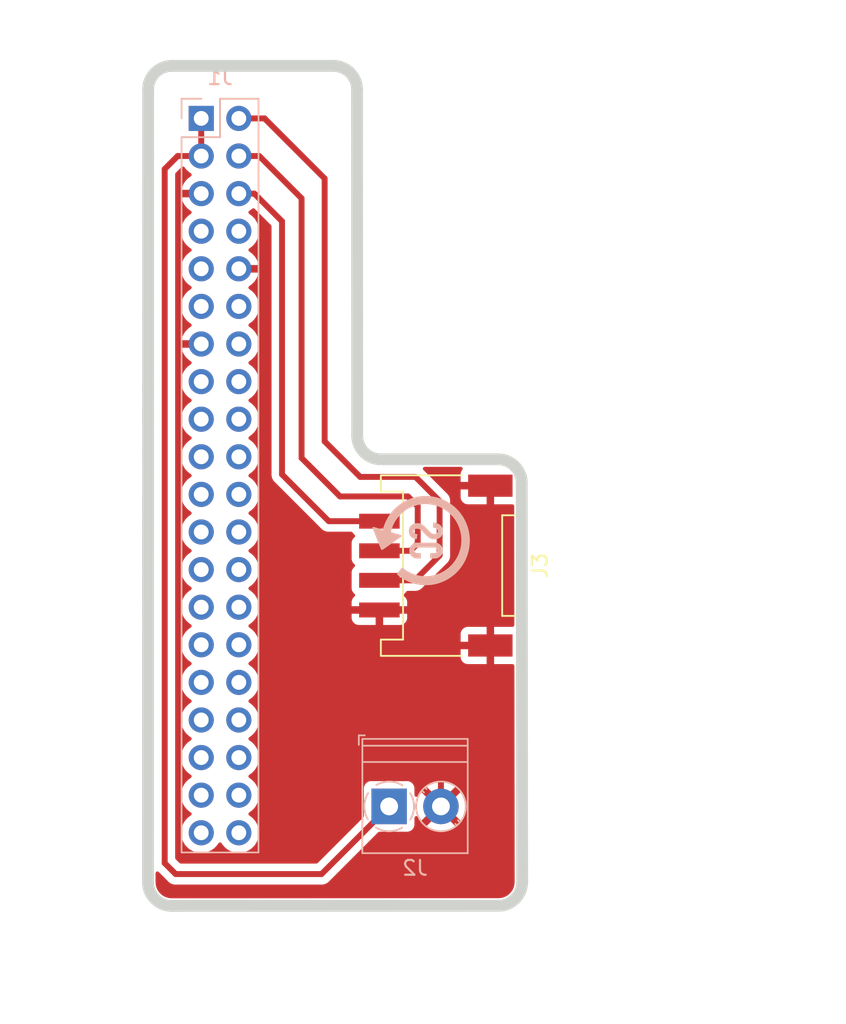
<source format=kicad_pcb>
(kicad_pcb (version 20211014) (generator pcbnew)
  (layers (0 "F.Cu" signal) (31 "B.Cu" signal) (34 "B.Paste" user) (35 "F.Paste" user) (36 "B.SilkS" user "B.Silkscreen") (37 "F.SilkS" user "F.Silkscreen") (38 "B.Mask" user) (39 "F.Mask" user) (44 "Edge.Cuts" user))
  (net 0 "")
  (net 1 "3V3")
  (net 2 "5V")
  (net 3 "SDA")
  (net 4 "SCL")
  (net 5 "GND")
  (footprint "OPL_Connector:HW4-SMD-2.0-90D" (layer "F.Cu") (at 116.04 88.21 -90)
    (fp_text reference "J3" (at 0 -6.05 -90) (layer "F.SilkS"))
    (fp_text value "GROVE-CONNECTOR-SMD-90D_4+2P-2.0_")
    (fp_line (start 3.39852 -3.49848) (end 3.39852 -4.49924) (layer "F.SilkS") (width 0.127))
    (fp_line (start 6.0545 4.7) (end 5 4.7) (layer "F.SilkS") (width 0.127))
    (fp_line (start 3.39852 -4.49924) (end 5.99948 -4.49924) (layer "F.SilkS") (width 0.127))
    (fp_line (start -6.05282 4.7) (end -5 4.7) (layer "F.SilkS") (width 0.127))
    (fp_line (start -5 3.20204) (end -5 4.7) (layer "F.SilkS") (width 0.127))
    (fp_line (start -3.39852 -3.49848) (end 3.39852 -3.49848) (layer "F.SilkS") (width 0.127))
    (fp_line (start -3.39852 -4.49924) (end -3.39852 -3.49848) (layer "F.SilkS") (width 0.127))
    (fp_line (start 5 3.20204) (end 5 4.7) (layer "F.SilkS") (width 0.127))
    (fp_line (start -6.09854 -4.49924) (end -3.39852 -4.49924) (layer "F.SilkS") (width 0.127))
    (fp_line (start 6.09854 -0.7629) (end 6.09854 4.7) (layer "F.SilkS") (width 0.127))
    (fp_line (start -6.09854 -0.7629) (end -6.09854 4.70064) (layer "F.SilkS") (width 0.127))
    (fp_line (start -5 3.20204) (end 5 3.20204) (layer "F.SilkS") (width 0.127))
    (pad "1" smd rect locked (at -2.99974 4.7997) (size 2.73812 1.00838) (layers "F.Cu" "F.Paste" "F.Mask") (net 4 "SCL"))
    (pad "2" smd rect locked (at -0.99822 4.7997) (size 2.73812 1.00838) (layers "F.Cu" "F.Paste" "F.Mask") (net 3 "SDA"))
    (pad "3" smd rect locked (at 0.99822 4.7997) (size 2.73812 1.00838) (layers "F.Cu" "F.Paste" "F.Mask") (net 1 "3V3"))
    (pad "4" smd rect locked (at 2.99974 4.7997) (size 2.73812 1.00838) (layers "F.Cu" "F.Paste" "F.Mask") (net 5 "GND"))
    (pad "5" smd rect locked (at -5.3975 -2.69838) (size 2.99974 1.5) (layers "F.Cu" "F.Paste" "F.Mask") (net 5 "GND"))
    (pad "6" smd rect locked (at 5.3975 -2.69838) (size 2.99974 1.5) (layers "F.Cu" "F.Paste" "F.Mask") (net 5 "GND"))
  )
  (footprint "logos:smartcitizen" (layer "B.Cu") (at 114.04 86.69 -90)
    (fp_text reference "G***" hide)
    (fp_text value "LOGO" hide)
    (fp_poly (pts (xy -1.043464 3.260296) (xy -1.042292 3.260179) (xy -1.03467 3.258031) (xy -1.018255 3.252363) (xy -0.993684 3.243427) (xy -0.961597 3.231473) (xy -0.922632 3.216754) (xy -0.877427 3.199519) (xy -0.826621 3.180021) (xy -0.770852 3.158511) (xy -0.710759 3.13524) (xy -0.64698 3.110459) (xy -0.580155 3.084419) (xy -0.51092 3.057372) (xy -0.439915 3.029569) (xy -0.367779 3.001261) (xy -0.295149 2.9727) (xy -0.222665 2.944136) (xy -0.150965 2.915822) (xy -0.080686 2.888007) (xy -0.012469 2.860944) (xy 0.053049 2.834884) (xy 0.115229 2.810077) (xy 0.173433 2.786776) (xy 0.227023 2.765231) (xy 0.275359 2.745694) (xy 0.317803 2.728416) (xy 0.353716 2.713647) (xy 0.382461 2.701641) (xy 0.403399 2.692647) (xy 0.415891 2.686917) (xy 0.419094 2.685129) (xy 0.436992 2.665485) (xy 0.448292 2.640472) (xy 0.452418 2.612905) (xy 0.448792 2.585598) (xy 0.4426 2.570405) (xy 0.438534 2.564129) (xy 0.429002 2.550142) (xy 0.414401 2.529008) (xy 0.395131 2.501293) (xy 0.371591 2.467562) (xy 0.34418 2.42838) (xy 0.313295 2.384312) (xy 0.279337 2.335924) (xy 0.242704 2.283781) (xy 0.203794 2.228448) (xy 0.163007 2.17049) (xy 0.12074 2.110472) (xy 0.077394 2.048959) (xy 0.033367 1.986517) (xy -0.010943 1.923711) (xy -0.055136 1.861107) (xy -0.098815 1.799268) (xy -0.141579 1.738761) (xy -0.183031 1.68015) (xy -0.222772 1.624002) (xy -0.260402 1.57088) (xy -0.295523 1.52135) (xy -0.327736 1.475978) (xy -0.356643 1.435329) (xy -0.381844 1.399967) (xy -0.402941 1.370458) (xy -0.419535 1.347368) (xy -0.431227 1.33126) (xy -0.437619 1.322702) (xy -0.438536 1.321588) (xy -0.456939 1.306435) (xy -0.477196 1.297251) (xy -0.489577 1.2954) (xy -0.503488 1.299866) (xy -0.517861 1.311627) (xy -0.530293 1.328234) (xy -0.537516 1.344265) (xy -0.540022 1.352406) (xy -0.545205 1.36942) (xy -0.552807 1.394451) (xy -0.562569 1.426647) (xy -0.574232 1.465151) (xy -0.587538 1.50911) (xy -0.602228 1.557671) (xy -0.618043 1.609977) (xy -0.634724 1.665176) (xy -0.643486 1.69418) (xy -0.660355 1.74996) (xy -0.676386 1.802848) (xy -0.691336 1.852046) (xy -0.704961 1.896756) (xy -0.717015 1.93618) (xy -0.727255 1.969518) (xy -0.735437 1.995975) (xy -0.741315 2.01475) (xy -0.744646 2.025046) (xy -0.74531 2.026813) (xy -0.751258 2.026903) (xy -0.765496 2.0243) (xy -0.786627 2.019382) (xy -0.813259 2.012531) (xy -0.843996 2.004128) (xy -0.877443 1.994553) (xy -0.912206 1.984187) (xy -0.94689 1.97341) (xy -0.9779 1.963337) (xy -1.126235 1.908794) (xy -1.269201 1.845654) (xy -1.407087 1.773762) (xy -1.540178 1.692962) (xy -1.668763 1.603096) (xy -1.734659 1.552158) (xy -1.852291 1.451687) (xy -1.962946 1.344063) (xy -2.06632 1.229759) (xy -2.162107 1.109247) (xy -2.250004 0.982998) (xy -2.329705 0.851485) (xy -2.400906 0.715179) (xy -2.463303 0.574553) (xy -2.516589 0.430078) (xy -2.560462 0.282226) (xy -2.564465 0.2667) (xy -2.598174 0.113772) (xy -2.621792 -0.039886) (xy -2.635336 -0.193958) (xy -2.63882 -0.348126) (xy -2.63226 -0.502072) (xy -2.615672 -0.65548) (xy -2.589071 -0.808033) (xy -2.552473 -0.959414) (xy -2.505893 -1.109304) (xy -2.495796 -1.13792) (xy -2.438557 -1.282315) (xy -2.372697 -1.421654) (xy -2.298564 -1.555657) (xy -2.216506 -1.68404) (xy -2.126872 -1.806521) (xy -2.030009 -1.922819) (xy -1.926266 -2.032652) (xy -1.815991 -2.135736) (xy -1.699531 -2.231791) (xy -1.577236 -2.320534) (xy -1.449453 -2.401683) (xy -1.31653 -2.474955) (xy -1.178815 -2.54007) (xy -1.036657 -2.596744) (xy -0.890403 -2.644696) (xy -0.740402 -2.683643) (xy -0.587002 -2.713304) (xy -0.54356 -2.719896) (xy -0.403659 -2.735516) (xy -0.260651 -2.74312) (xy -0.117097 -2.742686) (xy 0.024443 -2.734196) (xy 0.10922 -2.724985) (xy 0.263491 -2.700112) (xy 0.416114 -2.665375) (xy 0.566421 -2.621018) (xy 0.713746 -2.56729) (xy 0.857424 -2.504436) (xy 0.996789 -2.432705) (xy 1.131174 -2.352342) (xy 1.152753 -2.338315) (xy 1.275675 -2.251818) (xy 1.393516 -2.157517) (xy 1.505308 -2.056315) (xy 1.610082 -1.949118) (xy 1.706869 -1.836831) (xy 1.753327 -1.777254) (xy 1.843629 -1.649076) (xy 1.925056 -1.516502) (xy 1.997493 -1.379959) (xy 2.060823 -1.239877) (xy 2.11493 -1.096683) (xy 2.1597 -0.950804) (xy 2.195017 -0.802668) (xy 2.220765 -0.652704) (xy 2.236828 -0.501339) (xy 2.243091 -0.349002) (xy 2.239438 -0.196119) (xy 2.225753 -0.043119) (xy 2.224551 -0.033471) (xy 2.199956 0.120478) (xy 2.165585 0.272185) (xy 2.121657 0.421149) (xy 2.068389 0.566872) (xy 2.006 0.708854) (xy 1.934709 0.846597) (xy 1.854734 0.979599) (xy 1.766293 1.107363) (xy 1.674772 1.223265) (xy 1.660073 1.241592) (xy 1.649507 1.256488) (xy 1.64407 1.266453) (xy 1.643888 1.269729) (xy 1.651795 1.276436) (xy 1.666487 1.288174) (xy 1.687075 1.304275) (xy 1.712673 1.324068) (xy 1.742392 1.346883) (xy 1.775344 1.37205) (xy 1.810643 1.3989) (xy 1.8474 1.426761) (xy 1.884728 1.454965) (xy 1.921738 1.482841) (xy 1.957543 1.509719) (xy 1.991256 1.53493) (xy 2.021989 1.557803) (xy 2.048854 1.577668) (xy 2.070963 1.593856) (xy 2.087428 1.605697) (xy 2.097363 1.612519) (xy 2.099981 1.613947) (xy 2.106051 1.609043) (xy 2.117335 1.597183) (xy 2.132896 1.579496) (xy 2.151794 1.557113) (xy 2.173092 1.531162) (xy 2.195851 1.502773) (xy 2.219132 1.473075) (xy 2.241997 1.443197) (xy 2.243371 1.441376) (xy 2.343576 1.300094) (xy 2.435173 1.153664) (xy 2.517982 1.00252) (xy 2.59182 0.847095) (xy 2.656507 0.687823) (xy 2.711861 0.525138) (xy 2.757701 0.359473) (xy 2.793844 0.191261) (xy 2.811681 0.083313) (xy 2.822257 0.004411) (xy 2.830251 -0.070941) (xy 2.835877 -0.145844) (xy 2.83935 -0.223399) (xy 2.840884 -0.306707) (xy 2.841004 -0.34036) (xy 2.837251 -0.498393) (xy 2.8258 -0.651238) (xy 2.806365 -0.800659) (xy 2.778659 -0.948416) (xy 2.742396 -1.096274) (xy 2.697288 -1.245995) (xy 2.690165 -1.26746) (xy 2.630049 -1.430905) (xy 2.561124 -1.589503) (xy 2.483653 -1.742974) (xy 2.397899 -1.891042) (xy 2.304127 -2.033429) (xy 2.2026 -2.169856) (xy 2.093582 -2.300047) (xy 1.977338 -2.423724) (xy 1.85413 -2.540609) (xy 1.724223 -2.650424) (xy 1.587881 -2.752892) (xy 1.445367 -2.847735) (xy 1.296946 -2.934675) (xy 1.142881 -3.013435) (xy 0.983436 -3.083736) (xy 0.9525 -3.096137) (xy 0.791613 -3.154625) (xy 0.629556 -3.203501) (xy 0.465363 -3.24299) (xy 0.298066 -3.273314) (xy 0.126699 -3.294697) (xy 0.07366 -3.299459) (xy 0.047884 -3.301118) (xy 0.014476 -3.302584) (xy -0.024867 -3.303839) (xy -0.068444 -3.304866) (xy -0.114556 -3.30565) (xy -0.161503 -3.306173) (xy -0.207587 -3.306419) (xy -0.251107 -3.306371) (xy -0.290364 -3.306013) (xy -0.323658 -3.305327) (xy -0.349291 -3.304297) (xy -0.35814 -3.303695) (xy -0.453635 -3.295037) (xy -0.541103 -3.285384) (xy -0.622658 -3.2744) (xy -0.700413 -3.261749) (xy -0.776479 -3.247098) (xy -0.852971 -3.23011) (xy -0.90932 -3.216287) (xy -1.079763 -3.167791) (xy -1.246203 -3.109981) (xy -1.408426 -3.042967) (xy -1.566218 -2.966859) (xy -1.719362 -2.881768) (xy -1.867643 -2.787804) (xy -2.010847 -2.685078) (xy -2.12852 -2.590868) (xy -2.159006 -2.564291) (xy -2.194485 -2.531796) (xy -2.2335 -2.494843) (xy -2.274592 -2.454894) (xy -2.316304 -2.413407) (xy -2.357176 -2.371845) (xy -2.395752 -2.331669) (xy -2.430572 -2.294338) (xy -2.460179 -2.261314) (xy -2.475962 -2.24282) (xy -2.586305 -2.102332) (xy -2.687392 -1.957742) (xy -2.779176 -1.809168) (xy -2.861609 -1.656728) (xy -2.934643 -1.50054) (xy -2.998231 -1.34072) (xy -3.052325 -1.177387) (xy -3.096877 -1.010659) (xy -3.131839 -0.840653) (xy -3.157165 -0.667487) (xy -3.170238 -0.529754) (xy -3.172114 -0.49531) (xy -3.173394 -0.45314) (xy -3.174104 -0.405053) (xy -3.174272 -0.35286) (xy -3.173924 -0.298374) (xy -3.173086 -0.243404) (xy -3.171785 -0.189761) (xy -3.170048 -0.139256) (xy -3.167902 -0.093701) (xy -3.165372 -0.054905) (xy -3.162866 -0.02794) (xy -3.142871 0.121637) (xy -3.117361 0.264411) (xy -3.08586 0.402403) (xy -3.047893 0.537632) (xy -3.002986 0.672118) (xy -2.989573 0.70866) (xy -2.923973 0.869838) (xy -2.849801 1.025766) (xy -2.767332 1.176195) (xy -2.676838 1.320875) (xy -2.578591 1.459558) (xy -2.472866 1.591993) (xy -2.359934 1.717933) (xy -2.240069 1.837127) (xy -2.113545 1.949327) (xy -1.980633 2.054283) (xy -1.841607 2.151746) (xy -1.696741 2.241466) (xy -1.546306 2.323195) (xy -1.390576 2.396683) (xy -1.229825 2.461682) (xy -1.064324 2.517941) (xy -0.980812 2.542455) (xy -0.954262 2.550111) (xy -0.931599 2.557147) (xy -0.914442 2.56302) (xy -0.904405 2.567187) (xy -0.902469 2.568753) (xy -0.904059 2.574233) (xy -0.908382 2.58859) (xy -0.915185 2.610994) (xy -0.924214 2.640613) (xy -0.935214 2.676613) (xy -0.947931 2.718163) (xy -0.962111 2.76443) (xy -0.977499 2.814584) (xy -0.993841 2.86779) (xy -0.997719 2.88041) (xy -1.018045 2.946625) (xy -1.035514 3.003851) (xy -1.050283 3.052801) (xy -1.062511 3.094188) (xy -1.072353 3.128726) (xy -1.079967 3.157128) (xy -1.085511 3.180108) (xy -1.089142 3.198378) (xy -1.091018 3.212653) (xy -1.091295 3.223645) (xy -1.090131 3.232068) (xy -1.087683 3.238635) (xy -1.084109 3.244059) (xy -1.079566 3.249054) (xy -1.079122 3.249501) (xy -1.069296 3.25764) (xy -1.058925 3.260799) (xy -1.043464 3.260296)) (layer "B.SilkS") (width 0.01) (fill solid))
    (fp_poly (pts (xy 0.527669 0.773423) (xy 0.562492 0.771923) (xy 0.593173 0.769315) (xy 0.61687 0.765628) (xy 0.617394 0.765512) (xy 0.689322 0.744467) (xy 0.75614 0.714822) (xy 0.81736 0.676958) (xy 0.872497 0.631254) (xy 0.921063 0.57809) (xy 0.962572 0.517847) (xy 0.983099 0.48006) (xy 0.99544 0.454587) (xy 1.005566 0.431887) (xy 1.013709 0.410561) (xy 1.020104 0.389207) (xy 1.024984 0.366424) (xy 1.028583 0.340811) (xy 1.031136 0.310966) (xy 1.032875 0.275489) (xy 1.034034 0.232978) (xy 1.034848 0.182032) (xy 1.035011 0.16891) (xy 1.037049 0) (xy 0.68072 0) (xy 0.68072 0.14713) (xy 0.680675 0.190143) (xy 0.68049 0.224315) (xy 0.680085 0.250963) (xy 0.679379 0.271407) (xy 0.678293 0.286964) (xy 0.676748 0.298953) (xy 0.674664 0.308692) (xy 0.671961 0.317499) (xy 0.670129 0.322566) (xy 0.654523 0.352398) (xy 0.631294 0.381434) (xy 0.602832 0.407164) (xy 0.571528 0.427074) (xy 0.569872 0.427901) (xy 0.552235 0.436084) (xy 0.537672 0.441039) (xy 0.522383 0.443557) (xy 0.502568 0.444432) (xy 0.490326 0.4445) (xy 0.466238 0.44405) (xy 0.448439 0.442214) (xy 0.433081 0.438262) (xy 0.416314 0.431466) (xy 0.412635 0.429785) (xy 0.382626 0.411606) (xy 0.353892 0.386435) (xy 0.329172 0.357138) (xy 0.31121 0.326576) (xy 0.309102 0.321651) (xy 0.29718 0.2921) (xy 0.29718 -0.978114) (xy 0.313779 -1.011833) (xy 0.33574 -1.047025) (xy 0.363654 -1.076873) (xy 0.395666 -1.099694) (xy 0.424818 -1.112347) (xy 0.469483 -1.121146) (xy 0.513647 -1.120314) (xy 0.555998 -1.110224) (xy 0.595221 -1.091249) (xy 0.630003 -1.06376) (xy 0.642124 -1.050761) (xy 0.651877 -1.038944) (xy 0.659835 -1.027747) (xy 0.66618 -1.016011) (xy 0.671093 -1.002577) (xy 0.674758 -0.986288) (xy 0.677356 -0.965984) (xy 0.679068 -0.940507) (xy 0.680078 -0.908699) (xy 0.680565 -0.8694) (xy 0.680714 -0.821452) (xy 0.68072 -0.804989) (xy 0.68072 -0.635) (xy 1.03632 -0.635) (xy 1.03632 -0.817214) (xy 1.036192 -0.873153) (xy 1.035734 -0.920196) (xy 1.034833 -0.959605) (xy 1.033376 -0.992641) (xy 1.031251 -1.020566) (xy 1.028345 -1.044642) (xy 1.024546 -1.06613) (xy 1.01974 -1.086292) (xy 1.013814 -1.106391) (xy 1.009268 -1.12014) (xy 0.982943 -1.182043) (xy 0.947774 -1.240875) (xy 0.904889 -1.295505) (xy 0.855419 -1.344804) (xy 0.800491 -1.387644) (xy 0.741233 -1.422896) (xy 0.68072 -1.44876) (xy 0.63539 -1.461396) (xy 0.583992 -1.470522) (xy 0.530113 -1.475795) (xy 0.477336 -1.476872) (xy 0.429249 -1.473411) (xy 0.426492 -1.473038) (xy 0.356182 -1.458155) (xy 0.288903 -1.433702) (xy 0.225167 -1.399951) (xy 0.165484 -1.357174) (xy 0.110364 -1.305644) (xy 0.108216 -1.303355) (xy 0.067794 -1.254942) (xy 0.035233 -1.204047) (xy 0.009299 -1.148417) (xy -0.01124 -1.085802) (xy -0.011572 -1.08458) (xy -0.013157 -1.078641) (xy -0.014584 -1.072762) (xy -0.015862 -1.066401) (xy -0.017001 -1.059012) (xy -0.018011 -1.050052) (xy -0.018901 -1.038977) (xy -0.019682 -1.025243) (xy -0.020362 -1.008306) (xy -0.020952 -0.987622) (xy -0.021462 -0.962649) (xy -0.0219 -0.93284) (xy -0.022278 -0.897654) (xy -0.022604 -0.856545) (xy -0.022888 -0.80897) (xy -0.023141 -0.754385) (xy -0.023371 -0.692247) (xy -0.023589 -0.622011) (xy -0.023804 -0.543133) (xy -0.024026 -0.45507) (xy -0.024214 -0.37846) (xy -0.024446 -0.268053) (xy -0.02458 -0.167615) (xy -0.024614 -0.076955) (xy -0.024547 0.004117) (xy -0.024378 0.075792) (xy -0.024106 0.13826) (xy -0.02373 0.191713) (xy -0.02325 0.236341) (xy -0.022663 0.272334) (xy -0.021969 0.299883) (xy -0.021167 0.319179) (xy -0.020283 0.3302) (xy -0.006724 0.396802) (xy 0.016042 0.460358) (xy 0.047338 0.520169) (xy 0.086485 0.575537) (xy 0.132804 0.62576) (xy 0.185619 0.670141) (xy 0.244249 0.707978) (xy 0.308019 0.738573) (xy 0.376248 0.761225) (xy 0.40386 0.767743) (xy 0.4268 0.770974) (xy 0.456979 0.772978) (xy 0.491549 0.773784) (xy 0.527669 0.773423)) (layer "B.SilkS") (width 0.01) (fill solid))
    (fp_poly (pts (xy -0.738043 0.798215) (xy -0.669289 0.787007) (xy -0.603769 0.768715) (xy -0.567807 0.754792) (xy -0.529241 0.736878) (xy -0.497252 0.718803) (xy -0.468471 0.698322) (xy -0.439532 0.67319) (xy -0.426207 0.6604) (xy -0.380123 0.609356) (xy -0.342834 0.554864) (xy -0.313359 0.495275) (xy -0.292645 0.435729) (xy -0.287215 0.415187) (xy -0.281662 0.391118) (xy -0.276354 0.365557) (xy -0.271662 0.340541) (xy -0.267955 0.318105) (xy -0.265601 0.300284) (xy -0.264971 0.289115) (xy -0.265562 0.286466) (xy -0.271075 0.284891) (xy -0.285126 0.281853) (xy -0.306239 0.27762) (xy -0.33294 0.272462) (xy -0.363755 0.266646) (xy -0.397208 0.260442) (xy -0.431827 0.254119) (xy -0.466135 0.247944) (xy -0.49866 0.242187) (xy -0.527926 0.237117) (xy -0.552459 0.233002) (xy -0.570785 0.230111) (xy -0.581428 0.228713) (xy -0.58293 0.228625) (xy -0.591884 0.231207) (xy -0.59436 0.240626) (xy -0.59436 0.240649) (xy -0.596217 0.257254) (xy -0.601227 0.280403) (xy -0.608553 0.307295) (xy -0.617357 0.335131) (xy -0.6268 0.361112) (xy -0.636045 0.382437) (xy -0.637904 0.386101) (xy -0.663056 0.425419) (xy -0.692313 0.455443) (xy -0.725685 0.476179) (xy -0.763181 0.487633) (xy -0.804812 0.48981) (xy -0.828654 0.487188) (xy -0.861538 0.479284) (xy -0.888234 0.466327) (xy -0.912182 0.446518) (xy -0.918078 0.440354) (xy -0.941251 0.410544) (xy -0.958201 0.377465) (xy -0.969417 0.339563) (xy -0.975386 0.295288) (xy -0.976712 0.254) (xy -0.973314 0.199411) (xy -0.963074 0.147389) (xy -0.945426 0.096436) (xy -0.919805 0.045056) (xy -0.885646 -0.008252) (xy -0.869443 -0.03048) (xy -0.845144 -0.061245) (xy -0.819127 -0.09087) (xy -0.789923 -0.120819) (xy -0.756063 -0.152554) (xy -0.716079 -0.187537) (xy -0.68834 -0.21086) (xy -0.652393 -0.240992) (xy -0.622421 -0.266823) (xy -0.596362 -0.290267) (xy -0.572156 -0.313242) (xy -0.547743 -0.337662) (xy -0.521062 -0.365444) (xy -0.513683 -0.373259) (xy -0.451826 -0.442601) (xy -0.399168 -0.509711) (xy -0.355225 -0.575437) (xy -0.319514 -0.640627) (xy -0.291552 -0.706128) (xy -0.270856 -0.772789) (xy -0.261288 -0.81598) (xy -0.257088 -0.84855) (xy -0.255052 -0.887985) (xy -0.255091 -0.931245) (xy -0.257116 -0.975287) (xy -0.261037 -1.01707) (xy -0.266764 -1.053553) (xy -0.268521 -1.06172) (xy -0.287626 -1.12735) (xy -0.313639 -1.189866) (xy -0.345741 -1.248048) (xy -0.383111 -1.300674) (xy -0.424932 -1.346526) (xy -0.470385 -1.384383) (xy -0.496428 -1.401233) (xy -0.558429 -1.431801) (xy -0.626146 -1.454873) (xy -0.698165 -1.470192) (xy -0.773077 -1.477506) (xy -0.849468 -1.476557) (xy -0.890991 -1.472501) (xy -0.964762 -1.458518) (xy -1.032684 -1.436241) (xy -1.094818 -1.40564) (xy -1.151228 -1.366686) (xy -1.198349 -1.323204) (xy -1.24697 -1.264668) (xy -1.288316 -1.199178) (xy -1.322286 -1.126976) (xy -1.348779 -1.048303) (xy -1.367695 -0.963399) (xy -1.376715 -0.897088) (xy -1.378732 -0.87571) (xy -1.380045 -0.858504) (xy -1.3805 -0.847701) (xy -1.380261 -0.845166) (xy -1.375084 -0.844498) (xy -1.36126 -0.843272) (xy -1.340279 -0.841595) (xy -1.31363 -0.839569) (xy -1.282806 -0.837302) (xy -1.249296 -0.834895) (xy -1.214591 -0.832456) (xy -1.180182 -0.830087) (xy -1.147559 -0.827894) (xy -1.118212 -0.825981) (xy -1.093634 -0.824453) (xy -1.075313 -0.823414) (xy -1.06474 -0.82297) (xy -1.063875 -0.822961) (xy -1.058947 -0.823946) (xy -1.05516 -0.828073) (xy -1.051856 -0.837099) (xy -1.04838 -0.852781) (xy -1.044388 -0.87503) (xy -1.035273 -0.918885) (xy -1.02336 -0.962245) (xy -1.00957 -1.002243) (xy -0.994825 -1.036013) (xy -0.989302 -1.046373) (xy -0.970886 -1.073178) (xy -0.946938 -1.100104) (xy -0.920488 -1.12413) (xy -0.89457 -1.142234) (xy -0.891271 -1.144063) (xy -0.853605 -1.158606) (xy -0.813324 -1.164027) (xy -0.772313 -1.160313) (xy -0.732457 -1.147452) (xy -0.727598 -1.145175) (xy -0.704906 -1.131234) (xy -0.68069 -1.111633) (xy -0.657812 -1.089114) (xy -0.639135 -1.066419) (xy -0.629977 -1.051669) (xy -0.618007 -1.020501) (xy -0.609687 -0.982718) (xy -0.605272 -0.94128) (xy -0.605018 -0.899149) (xy -0.609178 -0.859285) (xy -0.612148 -0.844588) (xy -0.62766 -0.796724) (xy -0.651493 -0.74751) (xy -0.682449 -0.699149) (xy -0.710044 -0.664276) (xy -0.717661 -0.656299) (xy -0.7319 -0.642209) (xy -0.751927 -0.6228) (xy -0.776913 -0.598864) (xy -0.806026 -0.571195) (xy -0.838434 -0.540587) (xy -0.873306 -0.507832) (xy -0.906989 -0.476353) (xy -0.944525 -0.441169) (xy -0.981245 -0.406391) (xy -1.01617 -0.372971) (xy -1.048317 -0.341865) (xy -1.076706 -0.314024) (xy -1.100356 -0.290405) (xy -1.118287 -0.271959) (xy -1.12776 -0.261675) (xy -1.176751 -0.203487) (xy -1.217801 -0.149028) (xy -1.2517 -0.096826) (xy -1.279237 -0.045412) (xy -1.3012 0.006685) (xy -1.318379 0.060937) (xy -1.331382 0.117873) (xy -1.335397 0.140224) (xy -1.338187 0.16007) (xy -1.339885 0.179875) (xy -1.340626 0.202101) (xy -1.340544 0.229212) (xy -1.339773 0.26367) (xy -1.339622 0.269069) (xy -1.337476 0.319098) (xy -1.333862 0.361404) (xy -1.328363 0.398372) (xy -1.320561 0.432384) (xy -1.310036 0.465825) (xy -1.300766 0.490314) (xy -1.271001 0.552134) (xy -1.23351 0.609131) (xy -1.189286 0.660201) (xy -1.139321 0.704243) (xy -1.084605 0.740155) (xy -1.068265 0.748755) (xy -1.009939 0.772642) (xy -0.945981 0.789554) (xy -0.878163 0.799467) (xy -0.808259 0.802361) (xy -0.738043 0.798215)) (layer "B.SilkS") (width 0.01) (fill solid))
  )
  (footprint "TerminalBlock_Phoenix:TerminalBlock_Phoenix_PT-1,5-2-3.5-H_1x02_P3.50mm_Horizontal" (layer "B.Cu") (at 111.9 104.48)
    (fp_text reference "J2" (at 1.75 4.16) (layer "B.SilkS") (effects (justify mirror)))
    (fp_text value "Screw_Terminal_01x02")
    (fp_line (start -1.81 -4.56) (end 5.31 -4.56) (layer "B.SilkS") (width 0.12))
    (fp_line (start 2.525 -1.181) (end 2.431 -1.274) (layer "B.SilkS") (width 0.12))
    (fp_line (start -1.81 3.16) (end 5.31 3.16) (layer "B.SilkS") (width 0.12))
    (fp_line (start 5.31 3.16) (end 5.31 -4.56) (layer "B.SilkS") (width 0.12))
    (fp_line (start -1.81 -3) (end 5.31 -3) (layer "B.SilkS") (width 0.12))
    (fp_line (start -2.05 -4.16) (end -2.05 -4.8) (layer "B.SilkS") (width 0.12))
    (fp_line (start 2.355 -0.941) (end 2.226 -1.069) (layer "B.SilkS") (width 0.12))
    (fp_line (start -1.81 3.16) (end -1.81 -4.56) (layer "B.SilkS") (width 0.12))
    (fp_line (start 4.57 1.275) (end 4.476 1.181) (layer "B.SilkS") (width 0.12))
    (fp_line (start -2.05 -4.8) (end -1.65 -4.8) (layer "B.SilkS") (width 0.12))
    (fp_line (start 4.775 1.069) (end 4.646 0.941) (layer "B.SilkS") (width 0.12))
    (fp_line (start -1.81 -4.1) (end 5.31 -4.1) (layer "B.SilkS") (width 0.12))
    (fp_arc (start 0.866 1.44) (mid -0.014012 1.680286) (end -0.889894 1.425358) (layer "B.SilkS") (width 0.12))
    (fp_arc (start -1.44 0.866) (mid -1.680286 -0.014012) (end -1.425358 -0.889894) (layer "B.SilkS") (width 0.12))
    (fp_arc (start 0 -1.68) (mid 0.463071 -1.61492) (end 0.890264 -1.424721) (layer "B.SilkS") (width 0.12))
    (fp_arc (start -0.866 -1.44) (mid -0.435535 -1.622918) (end 0.028674 -1.680099) (layer "B.SilkS") (width 0.12))
    (fp_arc (start 1.425 -0.891) (mid 1.680626 -0.000476) (end 1.425504 0.890193) (layer "B.SilkS") (width 0.12))
    (fp_circle (center 3.5 0) (end 5.18 0) (layer "B.SilkS") (width 0.12) (fill none))
    (pad "1" thru_hole rect (at 0 0) (size 2.4 2.4) (drill 1.2) (layers *.Cu *.Mask) (net 2 "5V"))
    (pad "2" thru_hole circle (at 3.5 0) (size 2.4 2.4) (drill 1.2) (layers *.Cu *.Mask) (net 5 "GND"))
  )
  (footprint "Connector_PinSocket_2.54mm:PinSocket_2x20_P2.54mm_Vertical" (layer "B.Cu") (at 99.199752 57.999855 180)
    (fp_text reference "J1" (at -1.27 2.77) (layer "B.SilkS") (effects (justify mirror)))
    (fp_text value "Conn_02x20_Odd_Even")
    (fp_line (start -1.27 -1.27) (end 1.33 -1.27) (layer "B.SilkS") (width 0.12))
    (fp_line (start 0 1.33) (end 1.33 1.33) (layer "B.SilkS") (width 0.12))
    (fp_line (start 1.33 -1.27) (end 1.33 -49.59) (layer "B.SilkS") (width 0.12))
    (fp_line (start -1.27 1.33) (end -1.27 -1.27) (layer "B.SilkS") (width 0.12))
    (fp_line (start 1.33 1.33) (end 1.33 0) (layer "B.SilkS") (width 0.12))
    (fp_line (start -3.87 1.33) (end -3.87 -49.59) (layer "B.SilkS") (width 0.12))
    (fp_line (start -3.87 -49.59) (end 1.33 -49.59) (layer "B.SilkS") (width 0.12))
    (fp_line (start -3.87 1.33) (end -1.27 1.33) (layer "B.SilkS") (width 0.12))
    (pad "1" thru_hole rect (at 0 0 180) (size 1.7 1.7) (drill 1) (layers *.Cu *.Mask) (net 2 "5V"))
    (pad "2" thru_hole oval (at -2.54 0 180) (size 1.7 1.7) (drill 1) (layers *.Cu *.Mask) (net 1 "3V3"))
    (pad "3" thru_hole oval (at 0 -2.54 180) (size 1.7 1.7) (drill 1) (layers *.Cu *.Mask) (net 2 "5V"))
    (pad "4" thru_hole oval (at -2.54 -2.54 180) (size 1.7 1.7) (drill 1) (layers *.Cu *.Mask) (net 3 "SDA"))
    (pad "5" thru_hole oval (at 0 -5.08 180) (size 1.7 1.7) (drill 1) (layers *.Cu *.Mask) (net 5 "GND"))
    (pad "6" thru_hole oval (at -2.54 -5.08 180) (size 1.7 1.7) (drill 1) (layers *.Cu *.Mask) (net 4 "SCL"))
    (pad "7" thru_hole oval (at 0 -7.62 180) (size 1.7 1.7) (drill 1) (layers *.Cu *.Mask))
    (pad "8" thru_hole oval (at -2.54 -7.62 180) (size 1.7 1.7) (drill 1) (layers *.Cu *.Mask))
    (pad "9" thru_hole oval (at 0 -10.16 180) (size 1.7 1.7) (drill 1) (layers *.Cu *.Mask))
    (pad "10" thru_hole oval (at -2.54 -10.16 180) (size 1.7 1.7) (drill 1) (layers *.Cu *.Mask) (net 5 "GND"))
    (pad "11" thru_hole oval (at 0 -12.7 180) (size 1.7 1.7) (drill 1) (layers *.Cu *.Mask))
    (pad "12" thru_hole oval (at -2.54 -12.7 180) (size 1.7 1.7) (drill 1) (layers *.Cu *.Mask))
    (pad "13" thru_hole oval (at 0 -15.24 180) (size 1.7 1.7) (drill 1) (layers *.Cu *.Mask) (net 5 "GND"))
    (pad "14" thru_hole oval (at -2.54 -15.24 180) (size 1.7 1.7) (drill 1) (layers *.Cu *.Mask))
    (pad "15" thru_hole oval (at 0 -17.78 180) (size 1.7 1.7) (drill 1) (layers *.Cu *.Mask))
    (pad "16" thru_hole oval (at -2.54 -17.78 180) (size 1.7 1.7) (drill 1) (layers *.Cu *.Mask))
    (pad "17" thru_hole oval (at 0 -20.32 180) (size 1.7 1.7) (drill 1) (layers *.Cu *.Mask))
    (pad "18" thru_hole oval (at -2.54 -20.32 180) (size 1.7 1.7) (drill 1) (layers *.Cu *.Mask))
    (pad "19" thru_hole oval (at 0 -22.86 180) (size 1.7 1.7) (drill 1) (layers *.Cu *.Mask))
    (pad "20" thru_hole oval (at -2.54 -22.86 180) (size 1.7 1.7) (drill 1) (layers *.Cu *.Mask))
    (pad "21" thru_hole oval (at 0 -25.4 180) (size 1.7 1.7) (drill 1) (layers *.Cu *.Mask))
    (pad "22" thru_hole oval (at -2.54 -25.4 180) (size 1.7 1.7) (drill 1) (layers *.Cu *.Mask))
    (pad "23" thru_hole oval (at 0 -27.94 180) (size 1.7 1.7) (drill 1) (layers *.Cu *.Mask))
    (pad "24" thru_hole oval (at -2.54 -27.94 180) (size 1.7 1.7) (drill 1) (layers *.Cu *.Mask))
    (pad "25" thru_hole oval (at 0 -30.48 180) (size 1.7 1.7) (drill 1) (layers *.Cu *.Mask))
    (pad "26" thru_hole oval (at -2.54 -30.48 180) (size 1.7 1.7) (drill 1) (layers *.Cu *.Mask))
    (pad "27" thru_hole oval (at 0 -33.02 180) (size 1.7 1.7) (drill 1) (layers *.Cu *.Mask))
    (pad "28" thru_hole oval (at -2.54 -33.02 180) (size 1.7 1.7) (drill 1) (layers *.Cu *.Mask))
    (pad "29" thru_hole oval (at 0 -35.56 180) (size 1.7 1.7) (drill 1) (layers *.Cu *.Mask))
    (pad "30" thru_hole oval (at -2.54 -35.56 180) (size 1.7 1.7) (drill 1) (layers *.Cu *.Mask))
    (pad "31" thru_hole oval (at 0 -38.1 180) (size 1.7 1.7) (drill 1) (layers *.Cu *.Mask))
    (pad "32" thru_hole oval (at -2.54 -38.1 180) (size 1.7 1.7) (drill 1) (layers *.Cu *.Mask))
    (pad "33" thru_hole oval (at 0 -40.64 180) (size 1.7 1.7) (drill 1) (layers *.Cu *.Mask))
    (pad "34" thru_hole oval (at -2.54 -40.64 180) (size 1.7 1.7) (drill 1) (layers *.Cu *.Mask))
    (pad "35" thru_hole oval (at 0 -43.18 180) (size 1.7 1.7) (drill 1) (layers *.Cu *.Mask))
    (pad "36" thru_hole oval (at -2.54 -43.18 180) (size 1.7 1.7) (drill 1) (layers *.Cu *.Mask))
    (pad "37" thru_hole oval (at 0 -45.72 180) (size 1.7 1.7) (drill 1) (layers *.Cu *.Mask))
    (pad "38" thru_hole oval (at -2.54 -45.72 180) (size 1.7 1.7) (drill 1) (layers *.Cu *.Mask))
    (pad "39" thru_hole oval (at 0 -48.26 180) (size 1.7 1.7) (drill 1) (layers *.Cu *.Mask))
    (pad "40" thru_hole oval (at -2.54 -48.26 180) (size 1.7 1.7) (drill 1) (layers *.Cu *.Mask))
  )
  (gr_arc (start 108.130004 54.450004) (mid 109.261372 54.918632) (end 109.73 56.05) (layer "Edge.Cuts") (width 0.8))
  (gr_arc (start 120.889996 109.590004) (mid 120.421368 110.721372) (end 119.29 111.19) (layer "Edge.Cuts") (width 0.8))
  (gr_line (start 111.341368 81.028628) (end 119.26 81.03) (layer "Edge.Cuts") (width 0.8))
  (gr_line (start 97.211368 54.450004) (end 108.130004 54.450004) (layer "Edge.Cuts") (width 0.8))
  (gr_arc (start 111.341368 81.028628) (mid 110.21 80.56) (end 109.741372 79.428632) (layer "Edge.Cuts") (width 0.8))
  (gr_line (start 119.29 111.19) (end 97.201368 111.198628) (layer "Edge.Cuts") (width 0.8))
  (gr_arc (start 97.201368 111.198628) (mid 96.07 110.73) (end 95.601372 109.598632) (layer "Edge.Cuts") (width 0.8))
  (gr_line (start 109.73 56.05) (end 109.741372 79.428632) (layer "Edge.Cuts") (width 0.8))
  (gr_arc (start 119.26 81.03) (mid 120.391368 81.498628) (end 120.859996 82.629996) (layer "Edge.Cuts") (width 0.8))
  (gr_line (start 95.601372 109.598632) (end 95.611372 56.05) (layer "Edge.Cuts") (width 0.8))
  (gr_line (start 120.889996 109.590004) (end 120.859996 82.629996) (layer "Edge.Cuts") (width 0.8))
  (gr_arc (start 95.611372 56.05) (mid 96.08 54.918632) (end 97.211368 54.450004) (layer "Edge.Cuts") (width 0.8))
  (segment (start 101.739752 57.999855) (end 103.479855 57.999855) (width 0.4) (layer "F.Cu") (net 1))
  (segment (start 113.63178 89.20822) (end 111.2403 89.20822) (width 0.4) (layer "F.Cu") (net 1))
  (segment (start 107.54 79.82) (end 109.94 82.22) (width 0.4) (layer "F.Cu") (net 1))
  (segment (start 109.94 82.22) (end 113.68 82.22) (width 0.4) (layer "F.Cu") (net 1))
  (segment (start 107.54 62.06) (end 107.54 79.82) (width 0.4) (layer "F.Cu") (net 1))
  (segment (start 115.31 83.85) (end 115.31 87.53) (width 0.4) (layer "F.Cu") (net 1))
  (segment (start 113.68 82.22) (end 115.31 83.85) (width 0.4) (layer "F.Cu") (net 1))
  (segment (start 115.31 87.53) (end 113.63178 89.20822) (width 0.4) (layer "F.Cu") (net 1))
  (segment (start 103.479855 57.999855) (end 107.54 62.06) (width 0.4) (layer "F.Cu") (net 1))
  (segment (start 96.73 108.31) (end 97.47 109.05) (width 0.4) (layer "F.Cu") (net 2))
  (segment (start 99.199752 57.999855) (end 99.199752 60.539855) (width 0.4) (layer "F.Cu") (net 2))
  (segment (start 97.47 109.05) (end 107.33 109.05) (width 0.4) (layer "F.Cu") (net 2))
  (segment (start 107.33 109.05) (end 111.9 104.48) (width 0.4) (layer "F.Cu") (net 2))
  (segment (start 96.73 61.42) (end 96.73 108.31) (width 0.4) (layer "F.Cu") (net 2))
  (segment (start 97.610145 60.539855) (end 96.73 61.42) (width 0.4) (layer "F.Cu") (net 2))
  (segment (start 99.199752 60.539855) (end 97.610145 60.539855) (width 0.4) (layer "F.Cu") (net 2))
  (segment (start 105.98 63.4) (end 103.119855 60.539855) (width 0.4) (layer "F.Cu") (net 3))
  (segment (start 113.83 86.72) (end 113.83 84.2) (width 0.4) (layer "F.Cu") (net 3))
  (segment (start 111.2403 87.21178) (end 113.33822 87.21178) (width 0.4) (layer "F.Cu") (net 3))
  (segment (start 105.98 80.94) (end 105.98 63.4) (width 0.4) (layer "F.Cu") (net 3))
  (segment (start 113.17 83.54) (end 108.58 83.54) (width 0.4) (layer "F.Cu") (net 3))
  (segment (start 103.119855 60.539855) (end 101.739752 60.539855) (width 0.4) (layer "F.Cu") (net 3))
  (segment (start 113.33822 87.21178) (end 113.83 86.72) (width 0.4) (layer "F.Cu") (net 3))
  (segment (start 113.83 84.2) (end 113.17 83.54) (width 0.4) (layer "F.Cu") (net 3))
  (segment (start 108.58 83.54) (end 105.98 80.94) (width 0.4) (layer "F.Cu") (net 3))
  (segment (start 101.739752 63.079855) (end 102.789855 63.079855) (width 0.4) (layer "F.Cu") (net 4))
  (segment (start 107.818889 85.21026) (end 111.2403 85.21026) (width 0.4) (layer "F.Cu") (net 4))
  (segment (start 104.66 82.051371) (end 107.818889 85.21026) (width 0.4) (layer "F.Cu") (net 4))
  (segment (start 102.789855 63.079855) (end 104.66 64.95) (width 0.4) (layer "F.Cu") (net 4))
  (segment (start 104.66 64.95) (end 104.66 82.051371) (width 0.4) (layer "F.Cu") (net 4))
  (segment (start 111.2403 97.9103) (end 111.2403 91.20974) (width 0.4) (layer "F.Cu") (net 5))
  (segment (start 115.4 102.07) (end 111.2403 97.9103) (width 0.4) (layer "F.Cu") (net 5))
  (segment (start 115.4 104.48) (end 115.4 102.07) (width 0.4) (layer "F.Cu") (net 5))
  (zone (net 5) (net_name "GND") (layer "F.Cu") (connect_pads (clearance 0.508)) (min_thickness 0.254) (fill yes (thermal_gap 0.508) (thermal_bridge_width 0.508))
    (polygon (pts (xy 142.799643 119.199702) (xy 85.599786 117.999705) (xy 90.399774 49.999875) (xy 141.199647 49.999875)))
  )
)
</source>
